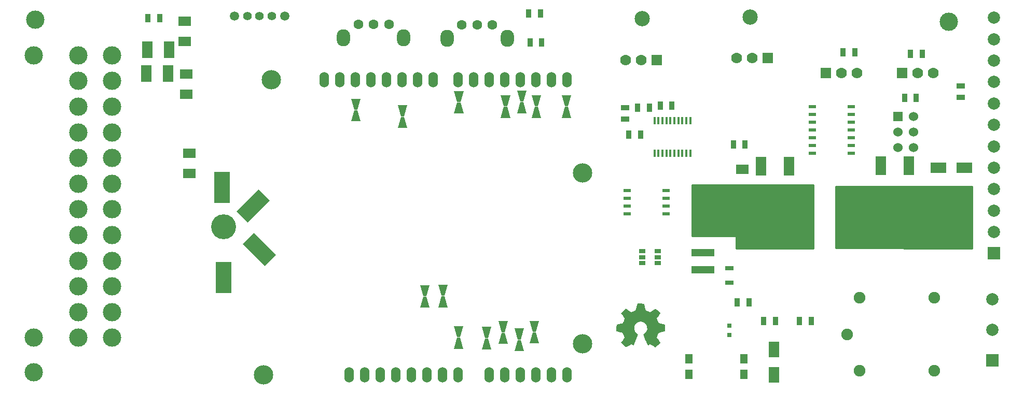
<source format=gts>
G04 (created by PCBNEW (2013-03-19 BZR 4004)-stable) date 11/24/2013 9:32:50 PM*
%MOIN*%
G04 Gerber Fmt 3.4, Leading zero omitted, Abs format*
%FSLAX34Y34*%
G01*
G70*
G90*
G04 APERTURE LIST*
%ADD10C,0.006*%
%ADD11C,0.0001*%
%ADD12R,0.0669291X0.0984252*%
%ADD13R,0.035X0.055*%
%ADD14R,0.0314X0.0314*%
%ADD15R,0.0511811X0.0590551*%
%ADD16R,0.016X0.05*%
%ADD17R,0.045X0.02*%
%ADD18R,0.06X0.06*%
%ADD19C,0.06*%
%ADD20R,0.0787402X0.0787402*%
%ADD21C,0.0787402*%
%ADD22C,0.11811*%
%ADD23R,0.0984252X0.0669291*%
%ADD24R,0.08X0.06*%
%ADD25R,0.065X0.12*%
%ADD26R,0.24X0.24*%
%ADD27R,0.07X0.11*%
%ADD28C,0.0590551*%
%ADD29C,0.0551181*%
%ADD30O,0.0866142X0.110236*%
%ADD31C,0.0629921*%
%ADD32R,0.0394X0.0276*%
%ADD33R,0.0531496X0.0255906*%
%ADD34R,0.145669X0.0472441*%
%ADD35C,0.075*%
%ADD36C,0.07*%
%ADD37R,0.07X0.07*%
%ADD38C,0.0984252*%
%ADD39C,0.16*%
%ADD40R,0.1X0.2*%
%ADD41R,0.055X0.035*%
%ADD42O,0.06X0.1*%
%ADD43O,0.125X0.125*%
%ADD44C,0.01*%
G04 APERTURE END LIST*
G54D10*
G54D11*
G36*
X63686Y-51477D02*
X63479Y-51522D01*
X63365Y-51549D01*
X63297Y-51577D01*
X63255Y-51622D01*
X63218Y-51697D01*
X63208Y-51721D01*
X63145Y-51876D01*
X63263Y-52040D01*
X63381Y-52205D01*
X63220Y-52364D01*
X63058Y-52523D01*
X62916Y-52420D01*
X62790Y-52343D01*
X62695Y-52318D01*
X62637Y-52345D01*
X62634Y-52350D01*
X62609Y-52376D01*
X62582Y-52370D01*
X62548Y-52324D01*
X62503Y-52231D01*
X62440Y-52086D01*
X62417Y-52030D01*
X62273Y-51677D01*
X62377Y-51595D01*
X62477Y-51478D01*
X62526Y-51335D01*
X62523Y-51184D01*
X62470Y-51041D01*
X62380Y-50935D01*
X62255Y-50869D01*
X62108Y-50846D01*
X61965Y-50870D01*
X61871Y-50919D01*
X61754Y-51048D01*
X61696Y-51194D01*
X61697Y-51346D01*
X61757Y-51492D01*
X61868Y-51611D01*
X61954Y-51679D01*
X61814Y-52023D01*
X61757Y-52161D01*
X61710Y-52275D01*
X61678Y-52351D01*
X61666Y-52376D01*
X61634Y-52371D01*
X61573Y-52346D01*
X61499Y-52325D01*
X61431Y-52345D01*
X61393Y-52367D01*
X61281Y-52440D01*
X61208Y-52480D01*
X61157Y-52486D01*
X61109Y-52458D01*
X61046Y-52396D01*
X61010Y-52358D01*
X60856Y-52200D01*
X60968Y-52037D01*
X61079Y-51874D01*
X61019Y-51720D01*
X60982Y-51636D01*
X60944Y-51585D01*
X60884Y-51554D01*
X60783Y-51528D01*
X60753Y-51522D01*
X60547Y-51477D01*
X60557Y-51256D01*
X60567Y-51036D01*
X60700Y-51010D01*
X60805Y-50989D01*
X60892Y-50970D01*
X60904Y-50967D01*
X60969Y-50919D01*
X61028Y-50808D01*
X61032Y-50800D01*
X61089Y-50650D01*
X60965Y-50481D01*
X60841Y-50312D01*
X60986Y-50164D01*
X61066Y-50087D01*
X61129Y-50033D01*
X61158Y-50016D01*
X61199Y-50034D01*
X61276Y-50079D01*
X61355Y-50130D01*
X61524Y-50244D01*
X61662Y-50186D01*
X61736Y-50151D01*
X61782Y-50113D01*
X61811Y-50052D01*
X61837Y-49950D01*
X61847Y-49904D01*
X61894Y-49680D01*
X62112Y-49690D01*
X62330Y-49700D01*
X62382Y-49914D01*
X62413Y-50030D01*
X62443Y-50101D01*
X62487Y-50144D01*
X62557Y-50180D01*
X62571Y-50186D01*
X62709Y-50244D01*
X62869Y-50130D01*
X62961Y-50069D01*
X63034Y-50027D01*
X63066Y-50016D01*
X63107Y-50039D01*
X63177Y-50096D01*
X63243Y-50159D01*
X63383Y-50302D01*
X63263Y-50479D01*
X63144Y-50657D01*
X63200Y-50803D01*
X63231Y-50878D01*
X63264Y-50926D01*
X63316Y-50958D01*
X63402Y-50983D01*
X63534Y-51010D01*
X63667Y-51036D01*
X63677Y-51256D01*
X63686Y-51477D01*
X63686Y-51477D01*
X63686Y-51477D01*
G37*
G54D12*
X70670Y-54290D03*
X70670Y-52640D03*
G54D13*
X72325Y-50800D03*
X73075Y-50800D03*
X70775Y-50800D03*
X70025Y-50800D03*
X68325Y-49600D03*
X69075Y-49600D03*
G54D14*
X67800Y-51695D03*
X67800Y-51105D03*
G54D15*
X65200Y-53250D03*
X65200Y-54250D03*
X68750Y-54250D03*
X68750Y-53250D03*
G54D16*
X65300Y-37900D03*
X65050Y-37900D03*
X64790Y-37900D03*
X64530Y-37900D03*
X64280Y-37900D03*
X64020Y-37900D03*
X63760Y-37900D03*
X63510Y-37900D03*
X63250Y-37900D03*
X63000Y-37900D03*
X63000Y-40000D03*
X63250Y-40000D03*
X63510Y-40000D03*
X63760Y-40000D03*
X64020Y-40000D03*
X64280Y-40000D03*
X64530Y-40000D03*
X64790Y-40000D03*
X65050Y-40000D03*
X65300Y-40000D03*
G54D17*
X73150Y-37000D03*
X73150Y-37500D03*
X73150Y-38000D03*
X73150Y-38500D03*
X73150Y-39000D03*
X73150Y-39500D03*
X73150Y-40000D03*
X75650Y-40000D03*
X75650Y-39500D03*
X75650Y-38500D03*
X75650Y-38000D03*
X75650Y-37500D03*
X75650Y-37000D03*
X75650Y-39000D03*
G54D18*
X78650Y-37650D03*
G54D19*
X79650Y-37650D03*
X78650Y-38650D03*
X79650Y-38650D03*
X78650Y-39650D03*
X79650Y-39650D03*
G54D13*
X61350Y-38825D03*
X62100Y-38825D03*
X63375Y-36950D03*
X64125Y-36950D03*
G54D20*
X84700Y-53350D03*
G54D21*
X84700Y-51381D03*
X84700Y-49412D03*
G54D20*
X84800Y-46450D03*
G54D21*
X84800Y-45072D03*
X84800Y-43694D03*
X84800Y-42316D03*
X84800Y-40938D03*
X84800Y-39560D03*
X84800Y-38182D03*
X84800Y-36804D03*
X84800Y-35426D03*
X84800Y-34048D03*
X84800Y-32670D03*
X84800Y-31292D03*
G54D22*
X23100Y-33700D03*
X23100Y-51888D03*
X25974Y-51888D03*
X25974Y-50235D03*
X25974Y-48581D03*
X25974Y-46928D03*
X25974Y-45274D03*
X25974Y-43621D03*
X25974Y-41967D03*
X25974Y-40314D03*
X25974Y-38660D03*
X25974Y-37007D03*
X25974Y-35353D03*
X25974Y-33700D03*
X28139Y-51888D03*
X28139Y-50235D03*
X28139Y-48581D03*
X28139Y-46928D03*
X28139Y-45274D03*
X28139Y-43621D03*
X28139Y-41967D03*
X28139Y-40314D03*
X28139Y-38660D03*
X28139Y-37007D03*
X28139Y-35353D03*
X28139Y-33700D03*
G54D17*
X63750Y-42400D03*
X63750Y-42900D03*
X63750Y-43400D03*
X63750Y-43900D03*
X61250Y-43900D03*
X61250Y-43400D03*
X61250Y-42900D03*
X61250Y-42400D03*
G54D23*
X81250Y-40950D03*
X82900Y-40950D03*
G54D24*
X68650Y-42350D03*
X68650Y-41050D03*
G54D13*
X68075Y-39450D03*
X68825Y-39450D03*
G54D25*
X71650Y-40850D03*
G54D26*
X70750Y-43350D03*
G54D25*
X69850Y-40850D03*
X79350Y-40800D03*
G54D26*
X78450Y-43300D03*
G54D25*
X77550Y-40800D03*
G54D27*
X30350Y-34875D03*
X31750Y-34875D03*
X31800Y-33350D03*
X30400Y-33350D03*
G54D24*
X32925Y-34925D03*
X32925Y-36225D03*
X32800Y-31525D03*
X32800Y-32825D03*
X33100Y-41300D03*
X33100Y-40000D03*
G54D13*
X31200Y-31300D03*
X30450Y-31300D03*
G54D28*
X39240Y-31190D03*
X36011Y-31190D03*
G54D29*
X38413Y-31190D03*
X37625Y-31190D03*
X36838Y-31190D03*
G54D13*
X79825Y-36450D03*
X79075Y-36450D03*
X55000Y-32875D03*
X55750Y-32875D03*
X80200Y-33625D03*
X79450Y-33625D03*
X75875Y-33500D03*
X75125Y-33500D03*
X54925Y-31000D03*
X55675Y-31000D03*
G54D30*
X53529Y-32616D03*
X49670Y-32616D03*
G54D31*
X51600Y-31750D03*
X52584Y-31750D03*
X50615Y-31750D03*
G54D30*
X46879Y-32566D03*
X43020Y-32566D03*
G54D31*
X44950Y-31700D03*
X45934Y-31700D03*
X43965Y-31700D03*
G54D32*
X62200Y-47075D03*
X62200Y-46700D03*
X62200Y-46325D03*
X63200Y-46325D03*
X63200Y-46700D03*
X63200Y-47075D03*
G54D33*
X67800Y-47400D03*
X67800Y-48344D03*
G54D34*
X66100Y-47500D03*
X66100Y-46397D03*
G54D35*
X75360Y-51660D03*
X76160Y-49300D03*
X80960Y-49300D03*
X80960Y-54020D03*
X76160Y-54020D03*
G54D36*
X68265Y-33863D03*
X69265Y-33863D03*
G54D37*
X70265Y-33863D03*
G54D36*
X76000Y-34842D03*
X75000Y-34842D03*
G54D37*
X74000Y-34842D03*
G54D36*
X80921Y-34842D03*
X79921Y-34842D03*
G54D37*
X78921Y-34842D03*
G54D36*
X61155Y-34003D03*
X62155Y-34003D03*
G54D37*
X63155Y-34003D03*
G54D22*
X23200Y-31400D03*
X23100Y-54100D03*
X81900Y-31550D03*
G54D38*
X62195Y-31343D03*
X69155Y-31233D03*
G54D39*
X35300Y-44750D03*
G54D18*
X35300Y-47500D03*
G54D19*
X35300Y-48500D03*
G54D40*
X35300Y-48000D03*
G54D10*
G36*
X36822Y-45846D02*
X37246Y-45422D01*
X37670Y-45846D01*
X37246Y-46270D01*
X36822Y-45846D01*
X36822Y-45846D01*
G37*
G54D19*
X37953Y-46553D03*
G54D10*
G36*
X36539Y-45846D02*
X37246Y-45139D01*
X38660Y-46553D01*
X37953Y-47260D01*
X36539Y-45846D01*
X36539Y-45846D01*
G37*
G54D18*
X35200Y-42700D03*
G54D19*
X35200Y-41700D03*
G54D40*
X35200Y-42200D03*
G54D10*
G36*
X36846Y-44177D02*
X36422Y-43753D01*
X36846Y-43329D01*
X37270Y-43753D01*
X36846Y-44177D01*
X36846Y-44177D01*
G37*
G54D19*
X37553Y-43046D03*
G54D10*
G36*
X36846Y-44460D02*
X36139Y-43753D01*
X37553Y-42339D01*
X38260Y-43046D01*
X36846Y-44460D01*
X36846Y-44460D01*
G37*
G54D41*
X61125Y-37075D03*
X61125Y-37825D03*
G54D42*
X48790Y-35280D03*
X47790Y-35280D03*
X46790Y-35280D03*
X45790Y-35280D03*
X44790Y-35280D03*
X43790Y-35280D03*
X42790Y-35280D03*
X41790Y-35280D03*
X46390Y-54280D03*
X45390Y-54280D03*
X44390Y-54280D03*
X43390Y-54280D03*
X47390Y-54280D03*
X48390Y-54280D03*
X49390Y-54280D03*
X50390Y-54280D03*
X52390Y-54280D03*
X53390Y-54280D03*
X54390Y-54280D03*
X55390Y-54280D03*
X56390Y-54280D03*
X57390Y-54280D03*
X57390Y-35280D03*
X56390Y-35280D03*
X55390Y-35280D03*
X54390Y-35280D03*
X53390Y-35280D03*
X52390Y-35280D03*
X51390Y-35280D03*
X50390Y-35280D03*
G54D43*
X58390Y-52280D03*
X58390Y-41280D03*
X38390Y-35280D03*
X37890Y-54280D03*
G54D10*
G36*
X54780Y-37430D02*
X54170Y-37430D01*
X54370Y-36720D01*
X54580Y-36720D01*
X54780Y-37430D01*
X54780Y-37430D01*
G37*
G36*
X54780Y-35970D02*
X54580Y-36680D01*
X54370Y-36680D01*
X54170Y-35970D01*
X54780Y-35970D01*
X54780Y-35970D01*
G37*
G36*
X55705Y-37730D02*
X55095Y-37730D01*
X55295Y-37020D01*
X55505Y-37020D01*
X55705Y-37730D01*
X55705Y-37730D01*
G37*
G36*
X55705Y-36270D02*
X55505Y-36980D01*
X55295Y-36980D01*
X55095Y-36270D01*
X55705Y-36270D01*
X55705Y-36270D01*
G37*
G36*
X53730Y-37730D02*
X53120Y-37730D01*
X53320Y-37020D01*
X53530Y-37020D01*
X53730Y-37730D01*
X53730Y-37730D01*
G37*
G36*
X53730Y-36270D02*
X53530Y-36980D01*
X53320Y-36980D01*
X53120Y-36270D01*
X53730Y-36270D01*
X53730Y-36270D01*
G37*
G36*
X47105Y-38380D02*
X46495Y-38380D01*
X46695Y-37670D01*
X46905Y-37670D01*
X47105Y-38380D01*
X47105Y-38380D01*
G37*
G36*
X47105Y-36920D02*
X46905Y-37630D01*
X46695Y-37630D01*
X46495Y-36920D01*
X47105Y-36920D01*
X47105Y-36920D01*
G37*
G36*
X54605Y-52750D02*
X53995Y-52750D01*
X54195Y-52040D01*
X54405Y-52040D01*
X54605Y-52750D01*
X54605Y-52750D01*
G37*
G36*
X54605Y-51290D02*
X54405Y-52000D01*
X54195Y-52000D01*
X53995Y-51290D01*
X54605Y-51290D01*
X54605Y-51290D01*
G37*
G36*
X55580Y-52255D02*
X54970Y-52255D01*
X55170Y-51545D01*
X55380Y-51545D01*
X55580Y-52255D01*
X55580Y-52255D01*
G37*
G36*
X55580Y-50795D02*
X55380Y-51505D01*
X55170Y-51505D01*
X54970Y-50795D01*
X55580Y-50795D01*
X55580Y-50795D01*
G37*
G36*
X53580Y-52280D02*
X52970Y-52280D01*
X53170Y-51570D01*
X53380Y-51570D01*
X53580Y-52280D01*
X53580Y-52280D01*
G37*
G36*
X53580Y-50820D02*
X53380Y-51530D01*
X53170Y-51530D01*
X52970Y-50820D01*
X53580Y-50820D01*
X53580Y-50820D01*
G37*
G36*
X52505Y-52650D02*
X51895Y-52650D01*
X52095Y-51940D01*
X52305Y-51940D01*
X52505Y-52650D01*
X52505Y-52650D01*
G37*
G36*
X52505Y-51190D02*
X52305Y-51900D01*
X52095Y-51900D01*
X51895Y-51190D01*
X52505Y-51190D01*
X52505Y-51190D01*
G37*
G36*
X44105Y-37955D02*
X43495Y-37955D01*
X43695Y-37245D01*
X43905Y-37245D01*
X44105Y-37955D01*
X44105Y-37955D01*
G37*
G36*
X44105Y-36495D02*
X43905Y-37205D01*
X43695Y-37205D01*
X43495Y-36495D01*
X44105Y-36495D01*
X44105Y-36495D01*
G37*
G36*
X48555Y-49955D02*
X47945Y-49955D01*
X48145Y-49245D01*
X48355Y-49245D01*
X48555Y-49955D01*
X48555Y-49955D01*
G37*
G36*
X48555Y-48495D02*
X48355Y-49205D01*
X48145Y-49205D01*
X47945Y-48495D01*
X48555Y-48495D01*
X48555Y-48495D01*
G37*
G36*
X50705Y-52600D02*
X50095Y-52600D01*
X50295Y-51890D01*
X50505Y-51890D01*
X50705Y-52600D01*
X50705Y-52600D01*
G37*
G36*
X50705Y-51140D02*
X50505Y-51850D01*
X50295Y-51850D01*
X50095Y-51140D01*
X50705Y-51140D01*
X50705Y-51140D01*
G37*
G36*
X57655Y-37730D02*
X57045Y-37730D01*
X57245Y-37020D01*
X57455Y-37020D01*
X57655Y-37730D01*
X57655Y-37730D01*
G37*
G36*
X57655Y-36270D02*
X57455Y-36980D01*
X57245Y-36980D01*
X57045Y-36270D01*
X57655Y-36270D01*
X57655Y-36270D01*
G37*
G36*
X50730Y-37455D02*
X50120Y-37455D01*
X50320Y-36745D01*
X50530Y-36745D01*
X50730Y-37455D01*
X50730Y-37455D01*
G37*
G36*
X50730Y-35995D02*
X50530Y-36705D01*
X50320Y-36705D01*
X50120Y-35995D01*
X50730Y-35995D01*
X50730Y-35995D01*
G37*
G36*
X49705Y-49930D02*
X49095Y-49930D01*
X49295Y-49220D01*
X49505Y-49220D01*
X49705Y-49930D01*
X49705Y-49930D01*
G37*
G36*
X49705Y-48470D02*
X49505Y-49180D01*
X49295Y-49180D01*
X49095Y-48470D01*
X49705Y-48470D01*
X49705Y-48470D01*
G37*
G54D41*
X82680Y-35665D03*
X82680Y-36415D03*
G54D13*
X61925Y-37090D03*
X62675Y-37090D03*
G54D10*
G36*
X83400Y-46149D02*
X74650Y-46100D01*
X74650Y-42150D01*
X83400Y-42150D01*
X83400Y-46149D01*
X83400Y-46149D01*
G37*
G54D44*
X83400Y-46149D02*
X74650Y-46100D01*
X74650Y-42150D01*
X83400Y-42150D01*
X83400Y-46149D01*
G54D10*
G36*
X73200Y-46150D02*
X68250Y-46150D01*
X68250Y-45350D01*
X65400Y-45350D01*
X65400Y-42050D01*
X73200Y-42050D01*
X73200Y-46150D01*
X73200Y-46150D01*
G37*
G54D44*
X73200Y-46150D02*
X68250Y-46150D01*
X68250Y-45350D01*
X65400Y-45350D01*
X65400Y-42050D01*
X73200Y-42050D01*
X73200Y-46150D01*
M02*

</source>
